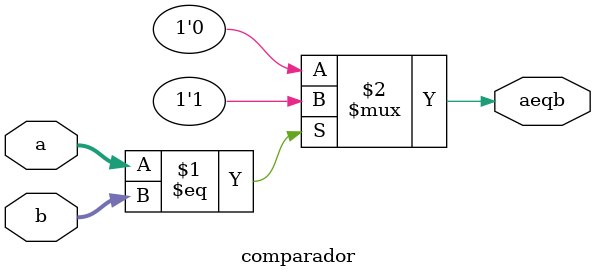
<source format=v>
module comparador
(
    input [1:0] a,
    input [1:0] b,
    output aeqb    
);
    assign aeqb = (a == b) ? 1'b1 : 1'b0;
endmodule
</source>
